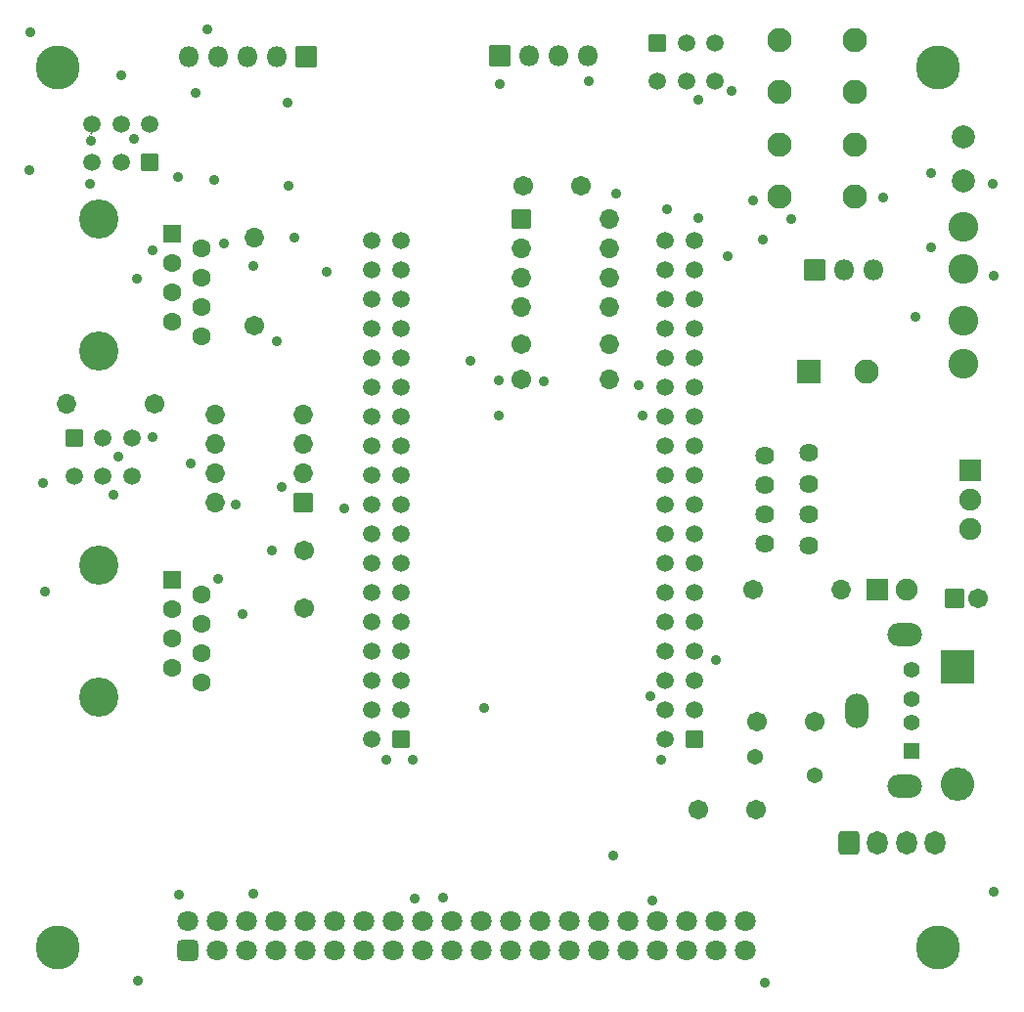
<source format=gbr>
%TF.GenerationSoftware,KiCad,Pcbnew,(6.0.7)*%
%TF.CreationDate,2022-08-13T23:51:54-04:00*%
%TF.ProjectId,PB_16,50425f31-362e-46b6-9963-61645f706362,v3*%
%TF.SameCoordinates,Original*%
%TF.FileFunction,Soldermask,Top*%
%TF.FilePolarity,Negative*%
%FSLAX46Y46*%
G04 Gerber Fmt 4.6, Leading zero omitted, Abs format (unit mm)*
G04 Created by KiCad (PCBNEW (6.0.7)) date 2022-08-13 23:51:54*
%MOMM*%
%LPD*%
G01*
G04 APERTURE LIST*
G04 Aperture macros list*
%AMRoundRect*
0 Rectangle with rounded corners*
0 $1 Rounding radius*
0 $2 $3 $4 $5 $6 $7 $8 $9 X,Y pos of 4 corners*
0 Add a 4 corners polygon primitive as box body*
4,1,4,$2,$3,$4,$5,$6,$7,$8,$9,$2,$3,0*
0 Add four circle primitives for the rounded corners*
1,1,$1+$1,$2,$3*
1,1,$1+$1,$4,$5*
1,1,$1+$1,$6,$7*
1,1,$1+$1,$8,$9*
0 Add four rect primitives between the rounded corners*
20,1,$1+$1,$2,$3,$4,$5,0*
20,1,$1+$1,$4,$5,$6,$7,0*
20,1,$1+$1,$6,$7,$8,$9,0*
20,1,$1+$1,$8,$9,$2,$3,0*%
G04 Aperture macros list end*
%ADD10RoundRect,0.051000X-1.000000X-1.000000X1.000000X-1.000000X1.000000X1.000000X-1.000000X1.000000X0*%
%ADD11C,2.102000*%
%ADD12RoundRect,0.051000X-0.800000X-0.800000X0.800000X-0.800000X0.800000X0.800000X-0.800000X0.800000X0*%
%ADD13C,1.702000*%
%ADD14RoundRect,0.051000X-1.400000X1.400000X-1.400000X-1.400000X1.400000X-1.400000X1.400000X1.400000X0*%
%ADD15O,2.902000X2.902000*%
%ADD16RoundRect,0.051000X-0.900000X-0.900000X0.900000X-0.900000X0.900000X0.900000X-0.900000X0.900000X0*%
%ADD17C,1.902000*%
%ADD18RoundRect,0.051000X0.850000X-0.850000X0.850000X0.850000X-0.850000X0.850000X-0.850000X-0.850000X0*%
%ADD19O,1.802000X1.802000*%
%ADD20RoundRect,0.301000X-0.600000X-0.725000X0.600000X-0.725000X0.600000X0.725000X-0.600000X0.725000X0*%
%ADD21O,1.802000X2.052000*%
%ADD22RoundRect,0.051000X-0.850000X0.850000X-0.850000X-0.850000X0.850000X-0.850000X0.850000X0.850000X0*%
%ADD23RoundRect,0.301000X0.600000X-0.600000X0.600000X0.600000X-0.600000X0.600000X-0.600000X-0.600000X0*%
%ADD24C,1.802000*%
%ADD25RoundRect,0.051000X-0.700000X-0.700000X0.700000X-0.700000X0.700000X0.700000X-0.700000X0.700000X0*%
%ADD26C,1.502000*%
%ADD27RoundRect,0.051000X0.704000X0.704000X-0.704000X0.704000X-0.704000X-0.704000X0.704000X-0.704000X0*%
%ADD28C,1.510000*%
%ADD29RoundRect,0.051000X0.800000X0.800000X-0.800000X0.800000X-0.800000X-0.800000X0.800000X-0.800000X0*%
%ADD30O,1.702000X1.702000*%
%ADD31C,3.402000*%
%ADD32RoundRect,0.051000X-0.750000X0.750000X-0.750000X-0.750000X0.750000X-0.750000X0.750000X0.750000X0*%
%ADD33C,1.602000*%
%ADD34C,1.372000*%
%ADD35RoundRect,0.051000X0.650000X-0.650000X0.650000X0.650000X-0.650000X0.650000X-0.650000X-0.650000X0*%
%ADD36C,1.402000*%
%ADD37O,3.002000X2.002000*%
%ADD38O,2.002000X3.002000*%
%ADD39RoundRect,0.051000X0.700000X0.700000X-0.700000X0.700000X-0.700000X-0.700000X0.700000X-0.700000X0*%
%ADD40C,2.577000*%
%ADD41C,2.006000*%
%ADD42RoundRect,0.051000X0.900000X-0.900000X0.900000X0.900000X-0.900000X0.900000X-0.900000X-0.900000X0*%
%ADD43C,1.626000*%
%ADD44C,3.802000*%
%ADD45C,0.902000*%
G04 APERTURE END LIST*
D10*
%TO.C,C2*%
X232650000Y-67000000D03*
D11*
X237650000Y-67000000D03*
%TD*%
D12*
%TO.C,C3*%
X245300000Y-86625000D03*
D13*
X247300000Y-86625000D03*
%TD*%
D14*
%TO.C,D1*%
X245550000Y-92500000D03*
D15*
X245550000Y-102660000D03*
%TD*%
D16*
%TO.C,D2*%
X238600000Y-85850000D03*
D17*
X241140000Y-85850000D03*
%TD*%
D18*
%TO.C,J2*%
X205900000Y-39600000D03*
D19*
X208440000Y-39600000D03*
X210980000Y-39600000D03*
X213520000Y-39600000D03*
%TD*%
D20*
%TO.C,J3*%
X236100000Y-107775000D03*
D21*
X238600000Y-107775000D03*
X241100000Y-107775000D03*
X243600000Y-107775000D03*
%TD*%
D22*
%TO.C,J4*%
X189100000Y-39700000D03*
D19*
X186560000Y-39700000D03*
X184020000Y-39700000D03*
X181480000Y-39700000D03*
X178940000Y-39700000D03*
%TD*%
D18*
%TO.C,J6*%
X233125000Y-58150000D03*
D19*
X235665000Y-58150000D03*
X238205000Y-58150000D03*
%TD*%
D23*
%TO.C,J7*%
X178884600Y-117132100D03*
D24*
X178884600Y-114592100D03*
X181424600Y-117132100D03*
X181424600Y-114592100D03*
X183964600Y-117132100D03*
X183964600Y-114592100D03*
X186504600Y-117132100D03*
X186504600Y-114592100D03*
X189044600Y-117132100D03*
X189044600Y-114592100D03*
X191584600Y-117132100D03*
X191584600Y-114592100D03*
X194124600Y-117132100D03*
X194124600Y-114592100D03*
X196664600Y-117132100D03*
X196664600Y-114592100D03*
X199204600Y-117132100D03*
X199204600Y-114592100D03*
X201744600Y-117132100D03*
X201744600Y-114592100D03*
X204284600Y-117132100D03*
X204284600Y-114592100D03*
X206824600Y-117132100D03*
X206824600Y-114592100D03*
X209364600Y-117132100D03*
X209364600Y-114592100D03*
X211904600Y-117132100D03*
X211904600Y-114592100D03*
X214444600Y-117132100D03*
X214444600Y-114592100D03*
X216984600Y-117132100D03*
X216984600Y-114592100D03*
X219524600Y-117132100D03*
X219524600Y-114592100D03*
X222064600Y-117132100D03*
X222064600Y-114592100D03*
X224604600Y-117132100D03*
X224604600Y-114592100D03*
X227144600Y-117132100D03*
X227144600Y-114592100D03*
%TD*%
D25*
%TO.C,SW1*%
X219560000Y-38500000D03*
D26*
X222060000Y-38500000D03*
X224560000Y-38500000D03*
X219560000Y-41800000D03*
X222060000Y-41800000D03*
X224560000Y-41800000D03*
%TD*%
D27*
%TO.C,U2*%
X222784700Y-98802700D03*
D28*
X220244700Y-98802700D03*
X222784700Y-96262700D03*
X220244700Y-96262700D03*
X222784700Y-93722700D03*
X220244700Y-93722700D03*
X222784700Y-91182700D03*
X220244700Y-91182700D03*
X222784700Y-88642700D03*
X220244700Y-88642700D03*
X222784700Y-86102700D03*
X220244700Y-86102700D03*
X222784700Y-83562700D03*
X220244700Y-83562700D03*
X222784700Y-81022700D03*
X220244700Y-81022700D03*
X222784700Y-78482700D03*
X220244700Y-78482700D03*
X222784700Y-75942700D03*
X220244700Y-75942700D03*
X222784700Y-73402700D03*
X220244700Y-73402700D03*
X222784700Y-70862700D03*
X220244700Y-70862700D03*
X222784700Y-68322700D03*
X220244700Y-68322700D03*
X222784700Y-65782700D03*
X220244700Y-65782700D03*
X222784700Y-63242700D03*
X220244700Y-63242700D03*
X222784700Y-60702700D03*
X220244700Y-60702700D03*
X222784700Y-58162700D03*
X220244700Y-58162700D03*
X222784700Y-55622700D03*
X220244700Y-55622700D03*
D27*
X197384700Y-98802700D03*
D28*
X194844700Y-98802700D03*
X197384700Y-96262700D03*
X194844700Y-96262700D03*
X197384700Y-93722700D03*
X194844700Y-93722700D03*
X197384700Y-91182700D03*
X194844700Y-91182700D03*
X197384700Y-88642700D03*
X194844700Y-88642700D03*
X197384700Y-86102700D03*
X194844700Y-86102700D03*
X197384700Y-83562700D03*
X194844700Y-83562700D03*
X197384700Y-81022700D03*
X194844700Y-81022700D03*
X197384700Y-78482700D03*
X194844700Y-78482700D03*
X197384700Y-75942700D03*
X194844700Y-75942700D03*
X197384700Y-73402700D03*
X194844700Y-73402700D03*
X197384700Y-70862700D03*
X194844700Y-70862700D03*
X197384700Y-68322700D03*
X194844700Y-68322700D03*
X197384700Y-65782700D03*
X194844700Y-65782700D03*
X197384700Y-63242700D03*
X194844700Y-63242700D03*
X197384700Y-60702700D03*
X194844700Y-60702700D03*
X197384700Y-58162700D03*
X194844700Y-58162700D03*
X197384700Y-55622700D03*
X194844700Y-55622700D03*
%TD*%
D25*
%TO.C,SW2*%
X169050000Y-72750000D03*
D26*
X171550000Y-72750000D03*
X174050000Y-72750000D03*
X169050000Y-76050000D03*
X171550000Y-76050000D03*
X174050000Y-76050000D03*
%TD*%
D29*
%TO.C,U3*%
X188850000Y-78300000D03*
D30*
X188850000Y-75760000D03*
X188850000Y-73220000D03*
X188850000Y-70680000D03*
X181230000Y-70680000D03*
X181230000Y-73220000D03*
X181230000Y-75760000D03*
X181230000Y-78300000D03*
%TD*%
D13*
%TO.C,R2*%
X184650000Y-63000000D03*
D30*
X184650000Y-55380000D03*
%TD*%
D31*
%TO.C,J10*%
X171150000Y-95160000D03*
X171150000Y-83730000D03*
D32*
X177500000Y-85000000D03*
D33*
X180040000Y-86270000D03*
X177500000Y-87540000D03*
X180040000Y-88810000D03*
X177500000Y-90080000D03*
X180040000Y-91350000D03*
X177500000Y-92620000D03*
X180040000Y-93890000D03*
%TD*%
D13*
%TO.C,R3*%
X176000000Y-69750000D03*
D30*
X168380000Y-69750000D03*
%TD*%
D13*
%TO.C,C5*%
X189000000Y-82500000D03*
X189000000Y-87500000D03*
%TD*%
D34*
%TO.C,F1*%
X233125000Y-101950000D03*
X228025000Y-100350000D03*
%TD*%
D13*
%TO.C,C1*%
X233150000Y-97300000D03*
X228150000Y-97300000D03*
%TD*%
%TO.C,C4*%
X228050000Y-104900000D03*
X223050000Y-104900000D03*
%TD*%
D35*
%TO.C,J1*%
X241550000Y-99825000D03*
D36*
X241550000Y-97325000D03*
X241550000Y-95325000D03*
X241550000Y-92825000D03*
D37*
X240950000Y-102895000D03*
D38*
X236770000Y-96325000D03*
D37*
X240950000Y-89755000D03*
%TD*%
D31*
%TO.C,J9*%
X171150000Y-53730000D03*
X171150000Y-65160000D03*
D32*
X177500000Y-55000000D03*
D33*
X180040000Y-56270000D03*
X177500000Y-57540000D03*
X180040000Y-58810000D03*
X177500000Y-60080000D03*
X180040000Y-61350000D03*
X177500000Y-62620000D03*
X180040000Y-63890000D03*
%TD*%
D39*
%TO.C,SW3*%
X175600000Y-48850000D03*
D26*
X173100000Y-48850000D03*
X170600000Y-48850000D03*
X175600000Y-45550000D03*
X173100000Y-45550000D03*
X170600000Y-45550000D03*
%TD*%
D13*
%TO.C,R4*%
X207800000Y-64600000D03*
D30*
X215420000Y-64600000D03*
%TD*%
D13*
%TO.C,R5*%
X207800000Y-67650000D03*
D30*
X215420000Y-67650000D03*
%TD*%
D13*
%TO.C,C6*%
X207950000Y-50900000D03*
X212950000Y-50900000D03*
%TD*%
D12*
%TO.C,U4*%
X207800000Y-53800000D03*
D30*
X207800000Y-56340000D03*
X207800000Y-58880000D03*
X207800000Y-61420000D03*
X215420000Y-61420000D03*
X215420000Y-58880000D03*
X215420000Y-56340000D03*
X215420000Y-53800000D03*
%TD*%
D11*
%TO.C,SW5*%
X236600000Y-47350000D03*
X230100000Y-47350000D03*
X236600000Y-51850000D03*
X230100000Y-51850000D03*
%TD*%
D40*
%TO.C,F2*%
X246050000Y-54400000D03*
X246050000Y-58100000D03*
X246050000Y-62600000D03*
X246050000Y-66300000D03*
%TD*%
D13*
%TO.C,R1*%
X227790000Y-85850000D03*
D30*
X235410000Y-85850000D03*
%TD*%
D11*
%TO.C,SW4*%
X236600000Y-38250000D03*
X230100000Y-38250000D03*
X236600000Y-42750000D03*
X230100000Y-42750000D03*
%TD*%
D41*
%TO.C,J5*%
X246049459Y-50495760D03*
X246049459Y-46685760D03*
%TD*%
D42*
%TO.C,U1*%
X246624500Y-75485000D03*
D17*
X246624500Y-78025000D03*
X246624500Y-80565000D03*
D43*
X228844500Y-81835000D03*
X228844500Y-79295000D03*
X228844500Y-76755000D03*
X228844500Y-74215000D03*
X232654500Y-82066940D03*
X232654500Y-79372000D03*
X232654500Y-76678000D03*
X232654500Y-73983060D03*
%TD*%
D44*
%TO.C,H1*%
X243840000Y-40640000D03*
%TD*%
%TO.C,H2*%
X167640000Y-40640000D03*
%TD*%
%TO.C,H3*%
X243840000Y-116840000D03*
%TD*%
%TO.C,H4*%
X167640000Y-116840000D03*
%TD*%
D45*
X190900000Y-58300000D03*
X184600000Y-112200000D03*
X218300000Y-70750000D03*
X231150000Y-53750000D03*
X165200000Y-49550000D03*
X187650000Y-50900000D03*
X223050000Y-53650000D03*
X215950000Y-51600000D03*
X188150000Y-55350000D03*
X179150000Y-74900000D03*
X172850000Y-74350000D03*
X180550000Y-37350000D03*
X205900000Y-42050000D03*
X226000000Y-42700000D03*
X186200000Y-82500000D03*
X205850000Y-70800000D03*
X175850000Y-72600000D03*
X228650000Y-55550000D03*
X219100000Y-112750000D03*
X209750000Y-67850000D03*
X179550000Y-42850000D03*
X227800000Y-52150000D03*
X198350000Y-100600000D03*
X166400000Y-76650000D03*
X248550000Y-50700000D03*
X219850000Y-100600000D03*
X184600000Y-57850000D03*
X166550000Y-86000000D03*
X201000000Y-112550000D03*
X198500000Y-112600000D03*
X183650000Y-87950000D03*
X220400000Y-52900000D03*
X172500000Y-77650000D03*
X173150000Y-41350000D03*
X225600000Y-56950000D03*
X182050000Y-55900000D03*
X218900000Y-95050000D03*
X181150000Y-50350000D03*
X186600000Y-64350000D03*
X213600000Y-41850000D03*
X187050000Y-77000000D03*
X248700000Y-112000000D03*
X224650000Y-91950000D03*
X178100000Y-112250000D03*
X228854000Y-119888000D03*
X192450000Y-78800000D03*
X187500000Y-43700000D03*
X181500000Y-84900000D03*
X165250000Y-37600000D03*
X223050000Y-43400000D03*
X239050000Y-51900000D03*
X241850000Y-62200000D03*
X183050000Y-78500000D03*
X215700000Y-108900000D03*
X248650000Y-58650000D03*
X178050000Y-50150000D03*
X196100000Y-100600000D03*
X174250000Y-46800000D03*
X217950000Y-68150000D03*
X175850000Y-56450000D03*
X243200000Y-56250000D03*
X205800000Y-67700000D03*
X174600000Y-119750000D03*
X203350000Y-66050000D03*
X174450000Y-58950000D03*
X243250000Y-49800000D03*
X170500000Y-46950000D03*
X204550000Y-96100000D03*
X170400000Y-50750000D03*
G36*
X170418807Y-46276740D02*
G01*
X170584312Y-46298823D01*
X170710618Y-46287328D01*
X170712433Y-46288167D01*
X170712615Y-46290159D01*
X170711215Y-46291276D01*
X170682189Y-46297446D01*
X170620981Y-46330491D01*
X170587501Y-46391119D01*
X170592113Y-46460224D01*
X170633452Y-46515999D01*
X170655008Y-46528342D01*
X170656014Y-46530071D01*
X170655020Y-46531806D01*
X170653441Y-46531994D01*
X170566364Y-46505952D01*
X170439066Y-46505175D01*
X170356446Y-46528788D01*
X170354505Y-46528302D01*
X170353956Y-46526379D01*
X170355131Y-46525017D01*
X170382788Y-46513561D01*
X170383291Y-46513426D01*
X170383857Y-46513351D01*
X170392103Y-46509703D01*
X170392147Y-46509684D01*
X170397455Y-46507486D01*
X170397888Y-46507144D01*
X170447466Y-46485211D01*
X170485600Y-46427396D01*
X170486423Y-46358142D01*
X170449659Y-46299413D01*
X170397489Y-46273067D01*
X170396394Y-46271394D01*
X170397296Y-46269609D01*
X170399088Y-46269407D01*
X170418807Y-46276740D01*
G37*
M02*

</source>
